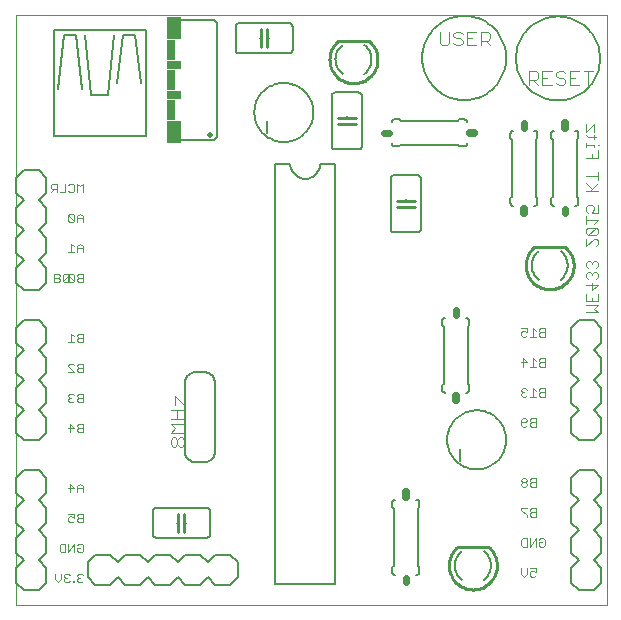
<source format=gbo>
G75*
G70*
%OFA0B0*%
%FSLAX24Y24*%
%IPPOS*%
%LPD*%
%AMOC8*
5,1,8,0,0,1.08239X$1,22.5*
%
%ADD10C,0.0000*%
%ADD11C,0.0030*%
%ADD12C,0.0080*%
%ADD13C,0.0050*%
%ADD14C,0.0200*%
%ADD15C,0.0060*%
%ADD16R,0.0500X0.0750*%
%ADD17R,0.0300X0.0700*%
%ADD18R,0.0500X0.0300*%
%ADD19C,0.0240*%
%ADD20C,0.0250*%
%ADD21C,0.0040*%
%ADD22C,0.0100*%
D10*
X000181Y000181D02*
X019866Y000181D01*
X019866Y019866D01*
X000181Y019866D01*
X000181Y000181D01*
D11*
X001486Y001043D02*
X001583Y000946D01*
X001680Y001043D01*
X001680Y001237D01*
X001781Y001188D02*
X001781Y001140D01*
X001829Y001092D01*
X001781Y001043D01*
X001781Y000995D01*
X001829Y000946D01*
X001926Y000946D01*
X001974Y000995D01*
X002073Y000995D02*
X002073Y000946D01*
X002122Y000946D01*
X002122Y000995D01*
X002073Y000995D01*
X002223Y000995D02*
X002223Y001043D01*
X002271Y001092D01*
X002320Y001092D01*
X002271Y001092D02*
X002223Y001140D01*
X002223Y001188D01*
X002271Y001237D01*
X002368Y001237D01*
X002416Y001188D01*
X002416Y000995D02*
X002368Y000946D01*
X002271Y000946D01*
X002223Y000995D01*
X001974Y001188D02*
X001926Y001237D01*
X001829Y001237D01*
X001781Y001188D01*
X001829Y001092D02*
X001878Y001092D01*
X001486Y001043D02*
X001486Y001237D01*
X001682Y001946D02*
X001634Y001995D01*
X001634Y002188D01*
X001682Y002237D01*
X001827Y002237D01*
X001827Y001946D01*
X001682Y001946D01*
X001928Y001946D02*
X001928Y002237D01*
X002122Y002237D02*
X001928Y001946D01*
X002122Y001946D02*
X002122Y002237D01*
X002223Y002188D02*
X002271Y002237D01*
X002368Y002237D01*
X002416Y002188D01*
X002416Y001995D01*
X002368Y001946D01*
X002271Y001946D01*
X002223Y001995D01*
X002223Y002092D01*
X002320Y002092D01*
X002271Y002946D02*
X002416Y002946D01*
X002416Y003237D01*
X002271Y003237D01*
X002223Y003188D01*
X002223Y003140D01*
X002271Y003092D01*
X002416Y003092D01*
X002271Y003092D02*
X002223Y003043D01*
X002223Y002995D01*
X002271Y002946D01*
X002122Y002995D02*
X002073Y002946D01*
X001977Y002946D01*
X001928Y002995D01*
X001928Y003092D01*
X001977Y003140D01*
X002025Y003140D01*
X002122Y003092D01*
X002122Y003237D01*
X001928Y003237D01*
X001977Y003946D02*
X001977Y004237D01*
X002122Y004092D01*
X001928Y004092D01*
X002223Y004092D02*
X002416Y004092D01*
X002416Y004140D02*
X002320Y004237D01*
X002223Y004140D01*
X002223Y003946D01*
X002416Y003946D02*
X002416Y004140D01*
X002416Y005946D02*
X002271Y005946D01*
X002223Y005995D01*
X002223Y006043D01*
X002271Y006092D01*
X002416Y006092D01*
X002416Y006237D02*
X002271Y006237D01*
X002223Y006188D01*
X002223Y006140D01*
X002271Y006092D01*
X002122Y006092D02*
X001928Y006092D01*
X001977Y006237D02*
X001977Y005946D01*
X002122Y006092D02*
X001977Y006237D01*
X002416Y006237D02*
X002416Y005946D01*
X002416Y006946D02*
X002271Y006946D01*
X002223Y006995D01*
X002223Y007043D01*
X002271Y007092D01*
X002416Y007092D01*
X002416Y007237D02*
X002271Y007237D01*
X002223Y007188D01*
X002223Y007140D01*
X002271Y007092D01*
X002122Y007188D02*
X002073Y007237D01*
X001977Y007237D01*
X001928Y007188D01*
X001928Y007140D01*
X001977Y007092D01*
X001928Y007043D01*
X001928Y006995D01*
X001977Y006946D01*
X002073Y006946D01*
X002122Y006995D01*
X002025Y007092D02*
X001977Y007092D01*
X002416Y006946D02*
X002416Y007237D01*
X002416Y007946D02*
X002271Y007946D01*
X002223Y007995D01*
X002223Y008043D01*
X002271Y008092D01*
X002416Y008092D01*
X002416Y008237D02*
X002271Y008237D01*
X002223Y008188D01*
X002223Y008140D01*
X002271Y008092D01*
X002122Y008188D02*
X002073Y008237D01*
X001977Y008237D01*
X001928Y008188D01*
X001928Y008140D01*
X002122Y007946D01*
X001928Y007946D01*
X002416Y007946D02*
X002416Y008237D01*
X002416Y008946D02*
X002271Y008946D01*
X002223Y008995D01*
X002223Y009043D01*
X002271Y009092D01*
X002416Y009092D01*
X002416Y009237D02*
X002271Y009237D01*
X002223Y009188D01*
X002223Y009140D01*
X002271Y009092D01*
X002122Y009140D02*
X002025Y009237D01*
X002025Y008946D01*
X002122Y008946D02*
X001928Y008946D01*
X002416Y008946D02*
X002416Y009237D01*
X002416Y010946D02*
X002271Y010946D01*
X002223Y010995D01*
X002223Y011043D01*
X002271Y011092D01*
X002416Y011092D01*
X002416Y011237D02*
X002271Y011237D01*
X002223Y011188D01*
X002223Y011140D01*
X002271Y011092D01*
X002122Y010995D02*
X002122Y011188D01*
X002073Y011237D01*
X001977Y011237D01*
X001928Y011188D01*
X002122Y010995D01*
X002073Y010946D01*
X001977Y010946D01*
X001928Y010995D01*
X001928Y011188D01*
X001935Y011188D02*
X001741Y010995D01*
X001789Y010946D01*
X001886Y010946D01*
X001935Y010995D01*
X001935Y011188D01*
X001886Y011237D01*
X001789Y011237D01*
X001741Y011188D01*
X001741Y010995D01*
X001640Y010995D02*
X001592Y010946D01*
X001446Y010946D01*
X001446Y011237D01*
X001592Y011237D01*
X001640Y011188D01*
X001640Y011140D01*
X001592Y011092D01*
X001446Y011092D01*
X001592Y011092D02*
X001640Y011043D01*
X001640Y010995D01*
X002416Y010946D02*
X002416Y011237D01*
X002416Y011946D02*
X002416Y012140D01*
X002320Y012237D01*
X002223Y012140D01*
X002223Y011946D01*
X002122Y011946D02*
X001928Y011946D01*
X002025Y011946D02*
X002025Y012237D01*
X002122Y012140D01*
X002223Y012092D02*
X002416Y012092D01*
X002416Y012946D02*
X002416Y013140D01*
X002320Y013237D01*
X002223Y013140D01*
X002223Y012946D01*
X002122Y012995D02*
X002122Y013188D01*
X002073Y013237D01*
X001977Y013237D01*
X001928Y013188D01*
X002122Y012995D01*
X002073Y012946D01*
X001977Y012946D01*
X001928Y012995D01*
X001928Y013188D01*
X002223Y013092D02*
X002416Y013092D01*
X002416Y013946D02*
X002416Y014237D01*
X002320Y014140D01*
X002223Y014237D01*
X002223Y013946D01*
X002122Y013995D02*
X002122Y014188D01*
X002073Y014237D01*
X001977Y014237D01*
X001928Y014188D01*
X001827Y014237D02*
X001827Y013946D01*
X001634Y013946D01*
X001532Y013946D02*
X001532Y014237D01*
X001387Y014237D01*
X001339Y014188D01*
X001339Y014092D01*
X001387Y014043D01*
X001532Y014043D01*
X001436Y014043D02*
X001339Y013946D01*
X001928Y013995D02*
X001977Y013946D01*
X002073Y013946D01*
X002122Y013995D01*
X017018Y009417D02*
X017211Y009417D01*
X017211Y009272D01*
X017114Y009320D01*
X017066Y009320D01*
X017018Y009272D01*
X017018Y009175D01*
X017066Y009126D01*
X017163Y009126D01*
X017211Y009175D01*
X017312Y009126D02*
X017506Y009126D01*
X017409Y009126D02*
X017409Y009417D01*
X017506Y009320D01*
X017607Y009320D02*
X017655Y009272D01*
X017800Y009272D01*
X017800Y009417D02*
X017655Y009417D01*
X017607Y009368D01*
X017607Y009320D01*
X017655Y009272D02*
X017607Y009223D01*
X017607Y009175D01*
X017655Y009126D01*
X017800Y009126D01*
X017800Y009417D01*
X017800Y008417D02*
X017655Y008417D01*
X017607Y008368D01*
X017607Y008320D01*
X017655Y008272D01*
X017800Y008272D01*
X017800Y008417D02*
X017800Y008126D01*
X017655Y008126D01*
X017607Y008175D01*
X017607Y008223D01*
X017655Y008272D01*
X017506Y008320D02*
X017409Y008417D01*
X017409Y008126D01*
X017506Y008126D02*
X017312Y008126D01*
X017211Y008272D02*
X017018Y008272D01*
X017066Y008417D02*
X017066Y008126D01*
X017211Y008272D02*
X017066Y008417D01*
X017066Y007417D02*
X017018Y007368D01*
X017018Y007320D01*
X017066Y007272D01*
X017018Y007223D01*
X017018Y007175D01*
X017066Y007126D01*
X017163Y007126D01*
X017211Y007175D01*
X017312Y007126D02*
X017506Y007126D01*
X017409Y007126D02*
X017409Y007417D01*
X017506Y007320D01*
X017607Y007320D02*
X017655Y007272D01*
X017800Y007272D01*
X017800Y007417D02*
X017655Y007417D01*
X017607Y007368D01*
X017607Y007320D01*
X017655Y007272D02*
X017607Y007223D01*
X017607Y007175D01*
X017655Y007126D01*
X017800Y007126D01*
X017800Y007417D01*
X017211Y007368D02*
X017163Y007417D01*
X017066Y007417D01*
X017066Y007272D02*
X017114Y007272D01*
X017066Y006417D02*
X017018Y006368D01*
X017018Y006175D01*
X017066Y006126D01*
X017163Y006126D01*
X017211Y006175D01*
X017312Y006175D02*
X017312Y006223D01*
X017361Y006272D01*
X017506Y006272D01*
X017506Y006417D02*
X017361Y006417D01*
X017312Y006368D01*
X017312Y006320D01*
X017361Y006272D01*
X017312Y006175D02*
X017361Y006126D01*
X017506Y006126D01*
X017506Y006417D01*
X017211Y006368D02*
X017211Y006320D01*
X017163Y006272D01*
X017018Y006272D01*
X017066Y006417D02*
X017163Y006417D01*
X017211Y006368D01*
X017163Y004417D02*
X017066Y004417D01*
X017018Y004368D01*
X017018Y004320D01*
X017066Y004272D01*
X017163Y004272D01*
X017211Y004320D01*
X017211Y004368D01*
X017163Y004417D01*
X017163Y004272D02*
X017211Y004223D01*
X017211Y004175D01*
X017163Y004126D01*
X017066Y004126D01*
X017018Y004175D01*
X017018Y004223D01*
X017066Y004272D01*
X017312Y004320D02*
X017361Y004272D01*
X017506Y004272D01*
X017506Y004417D02*
X017361Y004417D01*
X017312Y004368D01*
X017312Y004320D01*
X017361Y004272D02*
X017312Y004223D01*
X017312Y004175D01*
X017361Y004126D01*
X017506Y004126D01*
X017506Y004417D01*
X017506Y003417D02*
X017361Y003417D01*
X017312Y003368D01*
X017312Y003320D01*
X017361Y003272D01*
X017506Y003272D01*
X017506Y003417D02*
X017506Y003126D01*
X017361Y003126D01*
X017312Y003175D01*
X017312Y003223D01*
X017361Y003272D01*
X017211Y003175D02*
X017211Y003126D01*
X017211Y003175D02*
X017018Y003368D01*
X017018Y003417D01*
X017211Y003417D01*
X017211Y002417D02*
X017066Y002417D01*
X017018Y002368D01*
X017018Y002175D01*
X017066Y002126D01*
X017211Y002126D01*
X017211Y002417D01*
X017312Y002417D02*
X017312Y002126D01*
X017506Y002417D01*
X017506Y002126D01*
X017607Y002175D02*
X017607Y002272D01*
X017704Y002272D01*
X017800Y002368D02*
X017800Y002175D01*
X017752Y002126D01*
X017655Y002126D01*
X017607Y002175D01*
X017607Y002368D02*
X017655Y002417D01*
X017752Y002417D01*
X017800Y002368D01*
X017506Y001417D02*
X017312Y001417D01*
X017211Y001417D02*
X017211Y001223D01*
X017114Y001126D01*
X017018Y001223D01*
X017018Y001417D01*
X017312Y001272D02*
X017312Y001175D01*
X017361Y001126D01*
X017457Y001126D01*
X017506Y001175D01*
X017506Y001272D02*
X017409Y001320D01*
X017361Y001320D01*
X017312Y001272D01*
X017506Y001272D02*
X017506Y001417D01*
X019196Y009946D02*
X019567Y009946D01*
X019443Y010070D01*
X019567Y010193D01*
X019196Y010193D01*
X019196Y010315D02*
X019196Y010562D01*
X019382Y010683D02*
X019382Y010930D01*
X019505Y011051D02*
X019567Y011113D01*
X019567Y011236D01*
X019505Y011298D01*
X019443Y011298D01*
X019382Y011236D01*
X019320Y011298D01*
X019258Y011298D01*
X019196Y011236D01*
X019196Y011113D01*
X019258Y011051D01*
X019382Y011175D02*
X019382Y011236D01*
X019505Y011420D02*
X019567Y011481D01*
X019567Y011605D01*
X019505Y011666D01*
X019443Y011666D01*
X019382Y011605D01*
X019320Y011666D01*
X019258Y011666D01*
X019196Y011605D01*
X019196Y011481D01*
X019258Y011420D01*
X019382Y011543D02*
X019382Y011605D01*
X019505Y012156D02*
X019567Y012218D01*
X019567Y012341D01*
X019505Y012403D01*
X019443Y012403D01*
X019196Y012156D01*
X019196Y012403D01*
X019258Y012525D02*
X019196Y012586D01*
X019196Y012710D01*
X019258Y012771D01*
X019505Y012771D01*
X019258Y012525D01*
X019505Y012525D01*
X019567Y012586D01*
X019567Y012710D01*
X019505Y012771D01*
X019443Y012893D02*
X019567Y013016D01*
X019196Y013016D01*
X019196Y012893D02*
X019196Y013140D01*
X019258Y013261D02*
X019196Y013323D01*
X019196Y013446D01*
X019258Y013508D01*
X019382Y013508D01*
X019443Y013446D01*
X019443Y013385D01*
X019382Y013261D01*
X019567Y013261D01*
X019567Y013508D01*
X019567Y013998D02*
X019196Y013998D01*
X019320Y013998D02*
X019567Y014245D01*
X019567Y014366D02*
X019567Y014613D01*
X019567Y014490D02*
X019196Y014490D01*
X019196Y014245D02*
X019382Y014059D01*
X019382Y015103D02*
X019382Y015226D01*
X019567Y015103D02*
X019567Y015350D01*
X019443Y015471D02*
X019443Y015533D01*
X019196Y015533D01*
X019196Y015594D02*
X019196Y015471D01*
X019258Y015778D02*
X019196Y015840D01*
X019258Y015778D02*
X019505Y015778D01*
X019443Y015717D02*
X019443Y015840D01*
X019443Y015962D02*
X019443Y016209D01*
X019196Y015962D01*
X019196Y016209D01*
X019567Y015533D02*
X019628Y015533D01*
X019567Y015103D02*
X019196Y015103D01*
X019196Y010868D02*
X019567Y010868D01*
X019382Y010683D01*
X019567Y010562D02*
X019567Y010315D01*
X019196Y010315D01*
X019382Y010315D02*
X019382Y010438D01*
D12*
X019431Y009681D02*
X018931Y009681D01*
X018681Y009431D01*
X018681Y008931D01*
X018931Y008681D01*
X018681Y008431D01*
X018681Y007931D01*
X018931Y007681D01*
X018681Y007431D01*
X018681Y006931D01*
X018931Y006681D01*
X018681Y006431D01*
X018681Y005931D01*
X018931Y005681D01*
X019431Y005681D01*
X019681Y005931D01*
X019681Y006431D01*
X019431Y006681D01*
X019681Y006931D01*
X019681Y007431D01*
X019431Y007681D01*
X019681Y007931D01*
X019681Y008431D01*
X019431Y008681D01*
X019681Y008931D01*
X019681Y009431D01*
X019431Y009681D01*
X014552Y005693D02*
X014554Y005755D01*
X014560Y005818D01*
X014570Y005879D01*
X014584Y005940D01*
X014601Y006000D01*
X014622Y006059D01*
X014648Y006116D01*
X014676Y006171D01*
X014708Y006225D01*
X014744Y006276D01*
X014782Y006326D01*
X014824Y006372D01*
X014868Y006416D01*
X014916Y006457D01*
X014965Y006495D01*
X015017Y006529D01*
X015071Y006560D01*
X015127Y006588D01*
X015185Y006612D01*
X015244Y006633D01*
X015304Y006649D01*
X015365Y006662D01*
X015427Y006671D01*
X015489Y006676D01*
X015552Y006677D01*
X015614Y006674D01*
X015676Y006667D01*
X015738Y006656D01*
X015798Y006641D01*
X015858Y006623D01*
X015916Y006601D01*
X015973Y006575D01*
X016028Y006545D01*
X016081Y006512D01*
X016132Y006476D01*
X016180Y006437D01*
X016226Y006394D01*
X016269Y006349D01*
X016309Y006301D01*
X016346Y006251D01*
X016380Y006198D01*
X016411Y006144D01*
X016437Y006088D01*
X016461Y006030D01*
X016480Y005970D01*
X016496Y005910D01*
X016508Y005848D01*
X016516Y005787D01*
X016520Y005724D01*
X016520Y005662D01*
X016516Y005599D01*
X016508Y005538D01*
X016496Y005476D01*
X016480Y005416D01*
X016461Y005356D01*
X016437Y005298D01*
X016411Y005242D01*
X016380Y005188D01*
X016346Y005135D01*
X016309Y005085D01*
X016269Y005037D01*
X016226Y004992D01*
X016180Y004949D01*
X016132Y004910D01*
X016081Y004874D01*
X016028Y004841D01*
X015973Y004811D01*
X015916Y004785D01*
X015858Y004763D01*
X015798Y004745D01*
X015738Y004730D01*
X015676Y004719D01*
X015614Y004712D01*
X015552Y004709D01*
X015489Y004710D01*
X015427Y004715D01*
X015365Y004724D01*
X015304Y004737D01*
X015244Y004753D01*
X015185Y004774D01*
X015127Y004798D01*
X015071Y004826D01*
X015017Y004857D01*
X014965Y004891D01*
X014916Y004929D01*
X014868Y004970D01*
X014824Y005014D01*
X014782Y005060D01*
X014744Y005110D01*
X014708Y005161D01*
X014676Y005215D01*
X014648Y005270D01*
X014622Y005327D01*
X014601Y005386D01*
X014584Y005446D01*
X014570Y005507D01*
X014560Y005568D01*
X014554Y005631D01*
X014552Y005693D01*
X014986Y005393D02*
X014986Y004993D01*
X018681Y004431D02*
X018681Y003931D01*
X018931Y003681D01*
X018681Y003431D01*
X018681Y002931D01*
X018931Y002681D01*
X018681Y002431D01*
X018681Y001931D01*
X018931Y001681D01*
X018681Y001431D01*
X018681Y000931D01*
X018931Y000681D01*
X019431Y000681D01*
X019681Y000931D01*
X019681Y001431D01*
X019431Y001681D01*
X019681Y001931D01*
X019681Y002431D01*
X019431Y002681D01*
X019681Y002931D01*
X019681Y003431D01*
X019431Y003681D01*
X019681Y003931D01*
X019681Y004431D01*
X019431Y004681D01*
X018931Y004681D01*
X018681Y004431D01*
X007571Y001613D02*
X007571Y001113D01*
X007321Y000863D01*
X006821Y000863D01*
X006571Y001113D01*
X006321Y000863D01*
X005821Y000863D01*
X005571Y001113D01*
X005321Y000863D01*
X004821Y000863D01*
X004571Y001113D01*
X004321Y000863D01*
X003821Y000863D01*
X003571Y001113D01*
X003321Y000863D01*
X002821Y000863D01*
X002571Y001113D01*
X002571Y001613D01*
X002821Y001863D01*
X003321Y001863D01*
X003571Y001613D01*
X003821Y001863D01*
X004321Y001863D01*
X004571Y001613D01*
X004821Y001863D01*
X005321Y001863D01*
X005571Y001613D01*
X005821Y001863D01*
X006321Y001863D01*
X006571Y001613D01*
X006821Y001863D01*
X007321Y001863D01*
X007571Y001613D01*
X001181Y001431D02*
X001181Y000931D01*
X000931Y000681D01*
X000431Y000681D01*
X000181Y000931D01*
X000181Y001431D01*
X000431Y001681D01*
X000181Y001931D01*
X000181Y002431D01*
X000431Y002681D01*
X000181Y002931D01*
X000181Y003431D01*
X000431Y003681D01*
X000181Y003931D01*
X000181Y004431D01*
X000431Y004681D01*
X000931Y004681D01*
X001181Y004431D01*
X001181Y003931D01*
X000931Y003681D01*
X001181Y003431D01*
X001181Y002931D01*
X000931Y002681D01*
X001181Y002431D01*
X001181Y001931D01*
X000931Y001681D01*
X001181Y001431D01*
X000931Y005681D02*
X000431Y005681D01*
X000181Y005931D01*
X000181Y006431D01*
X000431Y006681D01*
X000181Y006931D01*
X000181Y007431D01*
X000431Y007681D01*
X000181Y007931D01*
X000181Y008431D01*
X000431Y008681D01*
X000181Y008931D01*
X000181Y009431D01*
X000431Y009681D01*
X000931Y009681D01*
X001181Y009431D01*
X001181Y008931D01*
X000931Y008681D01*
X001181Y008431D01*
X001181Y007931D01*
X000931Y007681D01*
X001181Y007431D01*
X001181Y006931D01*
X000931Y006681D01*
X001181Y006431D01*
X001181Y005931D01*
X000931Y005681D01*
X000931Y010681D02*
X000431Y010681D01*
X000181Y010931D01*
X000181Y011431D01*
X000431Y011681D01*
X000181Y011931D01*
X000181Y012431D01*
X000431Y012681D01*
X000181Y012931D01*
X000181Y013431D01*
X000431Y013681D01*
X000181Y013931D01*
X000181Y014431D01*
X000431Y014681D01*
X000931Y014681D01*
X001181Y014431D01*
X001181Y013931D01*
X000931Y013681D01*
X001181Y013431D01*
X001181Y012931D01*
X000931Y012681D01*
X001181Y012431D01*
X001181Y011931D01*
X000931Y011681D01*
X001181Y011431D01*
X001181Y010931D01*
X000931Y010681D01*
X008557Y015907D02*
X008557Y016307D01*
X008123Y016607D02*
X008125Y016669D01*
X008131Y016732D01*
X008141Y016793D01*
X008155Y016854D01*
X008172Y016914D01*
X008193Y016973D01*
X008219Y017030D01*
X008247Y017085D01*
X008279Y017139D01*
X008315Y017190D01*
X008353Y017240D01*
X008395Y017286D01*
X008439Y017330D01*
X008487Y017371D01*
X008536Y017409D01*
X008588Y017443D01*
X008642Y017474D01*
X008698Y017502D01*
X008756Y017526D01*
X008815Y017547D01*
X008875Y017563D01*
X008936Y017576D01*
X008998Y017585D01*
X009060Y017590D01*
X009123Y017591D01*
X009185Y017588D01*
X009247Y017581D01*
X009309Y017570D01*
X009369Y017555D01*
X009429Y017537D01*
X009487Y017515D01*
X009544Y017489D01*
X009599Y017459D01*
X009652Y017426D01*
X009703Y017390D01*
X009751Y017351D01*
X009797Y017308D01*
X009840Y017263D01*
X009880Y017215D01*
X009917Y017165D01*
X009951Y017112D01*
X009982Y017058D01*
X010008Y017002D01*
X010032Y016944D01*
X010051Y016884D01*
X010067Y016824D01*
X010079Y016762D01*
X010087Y016701D01*
X010091Y016638D01*
X010091Y016576D01*
X010087Y016513D01*
X010079Y016452D01*
X010067Y016390D01*
X010051Y016330D01*
X010032Y016270D01*
X010008Y016212D01*
X009982Y016156D01*
X009951Y016102D01*
X009917Y016049D01*
X009880Y015999D01*
X009840Y015951D01*
X009797Y015906D01*
X009751Y015863D01*
X009703Y015824D01*
X009652Y015788D01*
X009599Y015755D01*
X009544Y015725D01*
X009487Y015699D01*
X009429Y015677D01*
X009369Y015659D01*
X009309Y015644D01*
X009247Y015633D01*
X009185Y015626D01*
X009123Y015623D01*
X009060Y015624D01*
X008998Y015629D01*
X008936Y015638D01*
X008875Y015651D01*
X008815Y015667D01*
X008756Y015688D01*
X008698Y015712D01*
X008642Y015740D01*
X008588Y015771D01*
X008536Y015805D01*
X008487Y015843D01*
X008439Y015884D01*
X008395Y015928D01*
X008353Y015974D01*
X008315Y016024D01*
X008279Y016075D01*
X008247Y016129D01*
X008219Y016184D01*
X008193Y016241D01*
X008172Y016300D01*
X008155Y016360D01*
X008141Y016421D01*
X008131Y016482D01*
X008125Y016545D01*
X008123Y016607D01*
D13*
X004504Y015827D02*
X004504Y019370D01*
X001433Y019370D01*
X001433Y015827D01*
X004504Y015827D01*
X003264Y017205D02*
X002674Y017205D01*
X002477Y019174D01*
X002181Y019174D02*
X002378Y017402D01*
X001591Y017402D02*
X001788Y019174D01*
X002181Y019174D01*
X003461Y019174D02*
X003264Y017205D01*
X003559Y017599D02*
X003756Y019174D01*
X004150Y019174D01*
X004347Y017599D01*
X006165Y007949D02*
X006458Y007949D01*
X006458Y007950D02*
X006493Y007948D01*
X006527Y007943D01*
X006561Y007935D01*
X006593Y007923D01*
X006625Y007908D01*
X006655Y007890D01*
X006683Y007870D01*
X006708Y007846D01*
X006732Y007821D01*
X006752Y007793D01*
X006770Y007763D01*
X006785Y007731D01*
X006797Y007699D01*
X006805Y007665D01*
X006810Y007631D01*
X006812Y007596D01*
X006811Y007596D02*
X006811Y005303D01*
X006812Y005303D02*
X006810Y005268D01*
X006805Y005234D01*
X006797Y005200D01*
X006785Y005168D01*
X006770Y005136D01*
X006752Y005106D01*
X006732Y005078D01*
X006708Y005053D01*
X006683Y005029D01*
X006655Y005009D01*
X006625Y004991D01*
X006593Y004976D01*
X006561Y004964D01*
X006527Y004956D01*
X006493Y004951D01*
X006458Y004949D01*
X006165Y004949D01*
X006130Y004951D01*
X006096Y004956D01*
X006062Y004964D01*
X006030Y004976D01*
X005998Y004991D01*
X005968Y005009D01*
X005940Y005029D01*
X005915Y005053D01*
X005891Y005078D01*
X005871Y005106D01*
X005853Y005136D01*
X005838Y005168D01*
X005826Y005200D01*
X005818Y005234D01*
X005813Y005268D01*
X005811Y005303D01*
X005811Y007596D01*
X005813Y007631D01*
X005818Y007665D01*
X005826Y007699D01*
X005838Y007731D01*
X005853Y007763D01*
X005871Y007793D01*
X005891Y007821D01*
X005915Y007846D01*
X005940Y007870D01*
X005968Y007890D01*
X005998Y007908D01*
X006030Y007923D01*
X006062Y007935D01*
X006096Y007943D01*
X006130Y007948D01*
X006165Y007950D01*
X013722Y018422D02*
X013724Y018497D01*
X013730Y018571D01*
X013740Y018645D01*
X013754Y018718D01*
X013771Y018790D01*
X013793Y018862D01*
X013818Y018932D01*
X013847Y019000D01*
X013880Y019068D01*
X013916Y019133D01*
X013955Y019196D01*
X013998Y019257D01*
X014044Y019316D01*
X014093Y019372D01*
X014145Y019425D01*
X014200Y019476D01*
X014257Y019523D01*
X014317Y019568D01*
X014379Y019609D01*
X014444Y019647D01*
X014510Y019681D01*
X014578Y019712D01*
X014647Y019739D01*
X014718Y019762D01*
X014790Y019782D01*
X014863Y019798D01*
X014936Y019810D01*
X015010Y019818D01*
X015085Y019822D01*
X015159Y019822D01*
X015234Y019818D01*
X015308Y019810D01*
X015381Y019798D01*
X015454Y019782D01*
X015526Y019762D01*
X015597Y019739D01*
X015666Y019712D01*
X015734Y019681D01*
X015800Y019647D01*
X015865Y019609D01*
X015927Y019568D01*
X015987Y019523D01*
X016044Y019476D01*
X016099Y019425D01*
X016151Y019372D01*
X016200Y019316D01*
X016246Y019257D01*
X016289Y019196D01*
X016328Y019133D01*
X016364Y019068D01*
X016397Y019000D01*
X016426Y018932D01*
X016451Y018862D01*
X016473Y018790D01*
X016490Y018718D01*
X016504Y018645D01*
X016514Y018571D01*
X016520Y018497D01*
X016522Y018422D01*
X016520Y018347D01*
X016514Y018273D01*
X016504Y018199D01*
X016490Y018126D01*
X016473Y018054D01*
X016451Y017982D01*
X016426Y017912D01*
X016397Y017844D01*
X016364Y017776D01*
X016328Y017711D01*
X016289Y017648D01*
X016246Y017587D01*
X016200Y017528D01*
X016151Y017472D01*
X016099Y017419D01*
X016044Y017368D01*
X015987Y017321D01*
X015927Y017276D01*
X015865Y017235D01*
X015800Y017197D01*
X015734Y017163D01*
X015666Y017132D01*
X015597Y017105D01*
X015526Y017082D01*
X015454Y017062D01*
X015381Y017046D01*
X015308Y017034D01*
X015234Y017026D01*
X015159Y017022D01*
X015085Y017022D01*
X015010Y017026D01*
X014936Y017034D01*
X014863Y017046D01*
X014790Y017062D01*
X014718Y017082D01*
X014647Y017105D01*
X014578Y017132D01*
X014510Y017163D01*
X014444Y017197D01*
X014379Y017235D01*
X014317Y017276D01*
X014257Y017321D01*
X014200Y017368D01*
X014145Y017419D01*
X014093Y017472D01*
X014044Y017528D01*
X013998Y017587D01*
X013955Y017648D01*
X013916Y017711D01*
X013880Y017776D01*
X013847Y017844D01*
X013818Y017912D01*
X013793Y017982D01*
X013771Y018054D01*
X013754Y018126D01*
X013740Y018199D01*
X013730Y018273D01*
X013724Y018347D01*
X013722Y018422D01*
X016848Y018406D02*
X016850Y018481D01*
X016856Y018555D01*
X016866Y018629D01*
X016880Y018702D01*
X016897Y018774D01*
X016919Y018846D01*
X016944Y018916D01*
X016973Y018984D01*
X017006Y019052D01*
X017042Y019117D01*
X017081Y019180D01*
X017124Y019241D01*
X017170Y019300D01*
X017219Y019356D01*
X017271Y019409D01*
X017326Y019460D01*
X017383Y019507D01*
X017443Y019552D01*
X017505Y019593D01*
X017570Y019631D01*
X017636Y019665D01*
X017704Y019696D01*
X017773Y019723D01*
X017844Y019746D01*
X017916Y019766D01*
X017989Y019782D01*
X018062Y019794D01*
X018136Y019802D01*
X018211Y019806D01*
X018285Y019806D01*
X018360Y019802D01*
X018434Y019794D01*
X018507Y019782D01*
X018580Y019766D01*
X018652Y019746D01*
X018723Y019723D01*
X018792Y019696D01*
X018860Y019665D01*
X018926Y019631D01*
X018991Y019593D01*
X019053Y019552D01*
X019113Y019507D01*
X019170Y019460D01*
X019225Y019409D01*
X019277Y019356D01*
X019326Y019300D01*
X019372Y019241D01*
X019415Y019180D01*
X019454Y019117D01*
X019490Y019052D01*
X019523Y018984D01*
X019552Y018916D01*
X019577Y018846D01*
X019599Y018774D01*
X019616Y018702D01*
X019630Y018629D01*
X019640Y018555D01*
X019646Y018481D01*
X019648Y018406D01*
X019646Y018331D01*
X019640Y018257D01*
X019630Y018183D01*
X019616Y018110D01*
X019599Y018038D01*
X019577Y017966D01*
X019552Y017896D01*
X019523Y017828D01*
X019490Y017760D01*
X019454Y017695D01*
X019415Y017632D01*
X019372Y017571D01*
X019326Y017512D01*
X019277Y017456D01*
X019225Y017403D01*
X019170Y017352D01*
X019113Y017305D01*
X019053Y017260D01*
X018991Y017219D01*
X018926Y017181D01*
X018860Y017147D01*
X018792Y017116D01*
X018723Y017089D01*
X018652Y017066D01*
X018580Y017046D01*
X018507Y017030D01*
X018434Y017018D01*
X018360Y017010D01*
X018285Y017006D01*
X018211Y017006D01*
X018136Y017010D01*
X018062Y017018D01*
X017989Y017030D01*
X017916Y017046D01*
X017844Y017066D01*
X017773Y017089D01*
X017704Y017116D01*
X017636Y017147D01*
X017570Y017181D01*
X017505Y017219D01*
X017443Y017260D01*
X017383Y017305D01*
X017326Y017352D01*
X017271Y017403D01*
X017219Y017456D01*
X017170Y017512D01*
X017124Y017571D01*
X017081Y017632D01*
X017042Y017695D01*
X017006Y017760D01*
X016973Y017828D01*
X016944Y017896D01*
X016919Y017966D01*
X016897Y018038D01*
X016880Y018110D01*
X016866Y018183D01*
X016856Y018257D01*
X016850Y018331D01*
X016848Y018406D01*
D14*
X006641Y015861D03*
D15*
X006781Y015681D02*
X005631Y015681D01*
X006781Y015681D02*
X006881Y015781D01*
X006881Y019581D01*
X006781Y019681D01*
X005631Y019681D01*
X007499Y019479D02*
X007499Y018679D01*
X007501Y018662D01*
X007505Y018645D01*
X007512Y018629D01*
X007522Y018615D01*
X007535Y018602D01*
X007549Y018592D01*
X007565Y018585D01*
X007582Y018581D01*
X007599Y018579D01*
X009299Y018579D01*
X009316Y018581D01*
X009333Y018585D01*
X009349Y018592D01*
X009363Y018602D01*
X009376Y018615D01*
X009386Y018629D01*
X009393Y018645D01*
X009397Y018662D01*
X009399Y018679D01*
X009399Y019479D01*
X009397Y019496D01*
X009393Y019513D01*
X009386Y019529D01*
X009376Y019543D01*
X009363Y019556D01*
X009349Y019566D01*
X009333Y019573D01*
X009316Y019577D01*
X009299Y019579D01*
X007599Y019579D01*
X007582Y019577D01*
X007565Y019573D01*
X007549Y019566D01*
X007535Y019556D01*
X007522Y019543D01*
X007512Y019529D01*
X007505Y019513D01*
X007501Y019496D01*
X007499Y019479D01*
X008299Y019079D02*
X008349Y019079D01*
X008549Y019079D02*
X008599Y019079D01*
X010705Y017173D02*
X010705Y015473D01*
X010707Y015456D01*
X010711Y015439D01*
X010718Y015423D01*
X010728Y015409D01*
X010741Y015396D01*
X010755Y015386D01*
X010771Y015379D01*
X010788Y015375D01*
X010805Y015373D01*
X011605Y015373D01*
X011622Y015375D01*
X011639Y015379D01*
X011655Y015386D01*
X011669Y015396D01*
X011682Y015409D01*
X011692Y015423D01*
X011699Y015439D01*
X011703Y015456D01*
X011705Y015473D01*
X011705Y017173D01*
X011703Y017190D01*
X011699Y017207D01*
X011692Y017223D01*
X011682Y017237D01*
X011669Y017250D01*
X011655Y017260D01*
X011639Y017267D01*
X011622Y017271D01*
X011605Y017273D01*
X010805Y017273D01*
X010788Y017271D01*
X010771Y017267D01*
X010755Y017260D01*
X010741Y017250D01*
X010728Y017237D01*
X010718Y017223D01*
X010711Y017207D01*
X010707Y017190D01*
X010705Y017173D01*
X011205Y016473D02*
X011205Y016423D01*
X011205Y016223D02*
X011205Y016173D01*
X010819Y014894D02*
X010319Y014894D01*
X010819Y014894D02*
X010819Y000894D01*
X008819Y000894D01*
X008819Y014844D01*
X008819Y014894D02*
X009319Y014894D01*
X009321Y014850D01*
X009327Y014807D01*
X009336Y014765D01*
X009349Y014723D01*
X009366Y014683D01*
X009386Y014644D01*
X009409Y014607D01*
X009436Y014573D01*
X009465Y014540D01*
X009498Y014511D01*
X009532Y014484D01*
X009569Y014461D01*
X009608Y014441D01*
X009648Y014424D01*
X009690Y014411D01*
X009732Y014402D01*
X009775Y014396D01*
X009819Y014394D01*
X009863Y014396D01*
X009906Y014402D01*
X009948Y014411D01*
X009990Y014424D01*
X010030Y014441D01*
X010069Y014461D01*
X010106Y014484D01*
X010140Y014511D01*
X010173Y014540D01*
X010202Y014573D01*
X010229Y014607D01*
X010252Y014644D01*
X010272Y014683D01*
X010289Y014723D01*
X010302Y014765D01*
X010311Y014807D01*
X010317Y014850D01*
X010319Y014894D01*
X012674Y014417D02*
X012674Y012717D01*
X012676Y012700D01*
X012680Y012683D01*
X012687Y012667D01*
X012697Y012653D01*
X012710Y012640D01*
X012724Y012630D01*
X012740Y012623D01*
X012757Y012619D01*
X012774Y012617D01*
X013574Y012617D01*
X013591Y012619D01*
X013608Y012623D01*
X013624Y012630D01*
X013638Y012640D01*
X013651Y012653D01*
X013661Y012667D01*
X013668Y012683D01*
X013672Y012700D01*
X013674Y012717D01*
X013674Y014417D01*
X013672Y014434D01*
X013668Y014451D01*
X013661Y014467D01*
X013651Y014481D01*
X013638Y014494D01*
X013624Y014504D01*
X013608Y014511D01*
X013591Y014515D01*
X013574Y014517D01*
X012774Y014517D01*
X012757Y014515D01*
X012740Y014511D01*
X012724Y014504D01*
X012710Y014494D01*
X012697Y014481D01*
X012687Y014467D01*
X012680Y014451D01*
X012676Y014434D01*
X012674Y014417D01*
X013174Y013717D02*
X013174Y013667D01*
X013174Y013467D02*
X013174Y013417D01*
X012961Y015479D02*
X012811Y015479D01*
X012794Y015481D01*
X012777Y015485D01*
X012761Y015492D01*
X012747Y015502D01*
X012734Y015515D01*
X012724Y015529D01*
X012717Y015545D01*
X012713Y015562D01*
X012711Y015579D01*
X012961Y015479D02*
X013011Y015529D01*
X014911Y015529D01*
X014961Y015479D01*
X015111Y015479D01*
X015128Y015481D01*
X015145Y015485D01*
X015161Y015492D01*
X015175Y015502D01*
X015188Y015515D01*
X015198Y015529D01*
X015205Y015545D01*
X015209Y015562D01*
X015211Y015579D01*
X015211Y016279D02*
X015209Y016296D01*
X015205Y016313D01*
X015198Y016329D01*
X015188Y016343D01*
X015175Y016356D01*
X015161Y016366D01*
X015145Y016373D01*
X015128Y016377D01*
X015111Y016379D01*
X014961Y016379D01*
X014911Y016329D01*
X013011Y016329D01*
X012961Y016379D01*
X012811Y016379D01*
X012794Y016377D01*
X012777Y016373D01*
X012761Y016366D01*
X012747Y016356D01*
X012734Y016343D01*
X012724Y016329D01*
X012717Y016313D01*
X012713Y016296D01*
X012711Y016279D01*
X011797Y017904D02*
X011832Y017934D01*
X011865Y017965D01*
X011895Y018000D01*
X011922Y018036D01*
X011946Y018074D01*
X011968Y018114D01*
X011986Y018156D01*
X012002Y018199D01*
X012014Y018243D01*
X012022Y018287D01*
X012027Y018333D01*
X012029Y018378D01*
X012027Y018423D01*
X012022Y018469D01*
X012014Y018513D01*
X012002Y018557D01*
X011986Y018600D01*
X011968Y018642D01*
X011946Y018682D01*
X011922Y018720D01*
X011895Y018756D01*
X011865Y018791D01*
X011832Y018822D01*
X011797Y018852D01*
X010829Y018378D02*
X010831Y018332D01*
X010836Y018286D01*
X010845Y018240D01*
X010857Y018195D01*
X010873Y018152D01*
X010892Y018110D01*
X010915Y018069D01*
X010940Y018030D01*
X010968Y017994D01*
X010999Y017959D01*
X011033Y017927D01*
X011069Y017898D01*
X010829Y018378D02*
X010831Y018425D01*
X010837Y018473D01*
X010846Y018519D01*
X010859Y018565D01*
X010875Y018609D01*
X010895Y018653D01*
X010919Y018694D01*
X010945Y018733D01*
X010975Y018770D01*
X011008Y018805D01*
X011043Y018837D01*
X011080Y018866D01*
X016661Y015898D02*
X016661Y015748D01*
X016711Y015698D01*
X016711Y013798D01*
X016661Y013748D01*
X016661Y013598D01*
X016663Y013581D01*
X016667Y013564D01*
X016674Y013548D01*
X016684Y013534D01*
X016697Y013521D01*
X016711Y013511D01*
X016727Y013504D01*
X016744Y013500D01*
X016761Y013498D01*
X017461Y013498D02*
X017478Y013500D01*
X017495Y013504D01*
X017511Y013511D01*
X017525Y013521D01*
X017538Y013534D01*
X017548Y013548D01*
X017555Y013564D01*
X017559Y013581D01*
X017561Y013598D01*
X017561Y013748D01*
X017511Y013798D01*
X017511Y015698D01*
X017561Y015748D01*
X017561Y015898D01*
X017559Y015915D01*
X017555Y015932D01*
X017548Y015948D01*
X017538Y015962D01*
X017525Y015975D01*
X017511Y015985D01*
X017495Y015992D01*
X017478Y015996D01*
X017461Y015998D01*
X018023Y015898D02*
X018023Y015748D01*
X018073Y015698D01*
X018073Y013798D01*
X018023Y013748D01*
X018023Y013598D01*
X018025Y013581D01*
X018029Y013564D01*
X018036Y013548D01*
X018046Y013534D01*
X018059Y013521D01*
X018073Y013511D01*
X018089Y013504D01*
X018106Y013500D01*
X018123Y013498D01*
X018823Y013498D02*
X018840Y013500D01*
X018857Y013504D01*
X018873Y013511D01*
X018887Y013521D01*
X018900Y013534D01*
X018910Y013548D01*
X018917Y013564D01*
X018921Y013581D01*
X018923Y013598D01*
X018923Y013748D01*
X018873Y013798D01*
X018873Y015698D01*
X018923Y015748D01*
X018923Y015898D01*
X018921Y015915D01*
X018917Y015932D01*
X018910Y015948D01*
X018900Y015962D01*
X018887Y015975D01*
X018873Y015985D01*
X018857Y015992D01*
X018840Y015996D01*
X018823Y015998D01*
X018123Y015998D02*
X018106Y015996D01*
X018089Y015992D01*
X018073Y015985D01*
X018059Y015975D01*
X018046Y015962D01*
X018036Y015948D01*
X018029Y015932D01*
X018025Y015915D01*
X018023Y015898D01*
X016761Y015998D02*
X016744Y015996D01*
X016727Y015992D01*
X016711Y015985D01*
X016697Y015975D01*
X016684Y015962D01*
X016674Y015948D01*
X016667Y015932D01*
X016663Y015915D01*
X016661Y015898D01*
X018569Y011512D02*
X018567Y011467D01*
X018562Y011421D01*
X018554Y011377D01*
X018542Y011333D01*
X018526Y011290D01*
X018508Y011248D01*
X018486Y011208D01*
X018462Y011170D01*
X018435Y011134D01*
X018405Y011099D01*
X018372Y011068D01*
X018337Y011038D01*
X018569Y011512D02*
X018567Y011557D01*
X018562Y011603D01*
X018554Y011647D01*
X018542Y011691D01*
X018526Y011734D01*
X018508Y011776D01*
X018486Y011816D01*
X018462Y011854D01*
X018435Y011890D01*
X018405Y011925D01*
X018372Y011956D01*
X018337Y011986D01*
X017369Y011512D02*
X017371Y011466D01*
X017376Y011420D01*
X017385Y011374D01*
X017397Y011329D01*
X017413Y011286D01*
X017432Y011244D01*
X017455Y011203D01*
X017480Y011164D01*
X017508Y011128D01*
X017539Y011093D01*
X017573Y011061D01*
X017609Y011032D01*
X017369Y011512D02*
X017371Y011559D01*
X017377Y011607D01*
X017386Y011653D01*
X017399Y011699D01*
X017415Y011743D01*
X017435Y011787D01*
X017459Y011828D01*
X017485Y011867D01*
X017515Y011904D01*
X017548Y011939D01*
X017583Y011971D01*
X017620Y012000D01*
X015285Y009666D02*
X015285Y009516D01*
X015235Y009466D01*
X015235Y007566D01*
X015285Y007516D01*
X015285Y007366D01*
X015283Y007349D01*
X015279Y007332D01*
X015272Y007316D01*
X015262Y007302D01*
X015249Y007289D01*
X015235Y007279D01*
X015219Y007272D01*
X015202Y007268D01*
X015185Y007266D01*
X014485Y007266D02*
X014468Y007268D01*
X014451Y007272D01*
X014435Y007279D01*
X014421Y007289D01*
X014408Y007302D01*
X014398Y007316D01*
X014391Y007332D01*
X014387Y007349D01*
X014385Y007366D01*
X014385Y007516D01*
X014435Y007566D01*
X014435Y009466D01*
X014385Y009516D01*
X014385Y009666D01*
X014387Y009683D01*
X014391Y009700D01*
X014398Y009716D01*
X014408Y009730D01*
X014421Y009743D01*
X014435Y009753D01*
X014451Y009760D01*
X014468Y009764D01*
X014485Y009766D01*
X015185Y009766D02*
X015202Y009764D01*
X015219Y009760D01*
X015235Y009753D01*
X015249Y009743D01*
X015262Y009730D01*
X015272Y009716D01*
X015279Y009700D01*
X015283Y009683D01*
X015285Y009666D01*
X013624Y003595D02*
X013624Y003445D01*
X013574Y003395D01*
X013574Y001495D01*
X013624Y001445D01*
X013624Y001295D01*
X013622Y001278D01*
X013618Y001261D01*
X013611Y001245D01*
X013601Y001231D01*
X013588Y001218D01*
X013574Y001208D01*
X013558Y001201D01*
X013541Y001197D01*
X013524Y001195D01*
X012824Y001195D02*
X012807Y001197D01*
X012790Y001201D01*
X012774Y001208D01*
X012760Y001218D01*
X012747Y001231D01*
X012737Y001245D01*
X012730Y001261D01*
X012726Y001278D01*
X012724Y001295D01*
X012724Y001445D01*
X012774Y001495D01*
X012774Y003395D01*
X012724Y003445D01*
X012724Y003595D01*
X012726Y003612D01*
X012730Y003629D01*
X012737Y003645D01*
X012747Y003659D01*
X012760Y003672D01*
X012774Y003682D01*
X012790Y003689D01*
X012807Y003693D01*
X012824Y003695D01*
X013524Y003695D02*
X013541Y003693D01*
X013558Y003689D01*
X013574Y003682D01*
X013588Y003672D01*
X013601Y003659D01*
X013611Y003645D01*
X013618Y003629D01*
X013622Y003612D01*
X013624Y003595D01*
X016010Y001504D02*
X016008Y001459D01*
X016003Y001413D01*
X015995Y001369D01*
X015983Y001325D01*
X015967Y001282D01*
X015949Y001240D01*
X015927Y001200D01*
X015903Y001162D01*
X015876Y001126D01*
X015846Y001091D01*
X015813Y001060D01*
X015778Y001030D01*
X016010Y001504D02*
X016008Y001549D01*
X016003Y001595D01*
X015995Y001639D01*
X015983Y001683D01*
X015967Y001726D01*
X015949Y001768D01*
X015927Y001808D01*
X015903Y001846D01*
X015876Y001882D01*
X015846Y001917D01*
X015813Y001948D01*
X015778Y001978D01*
X014810Y001504D02*
X014812Y001458D01*
X014817Y001412D01*
X014826Y001366D01*
X014838Y001321D01*
X014854Y001278D01*
X014873Y001236D01*
X014896Y001195D01*
X014921Y001156D01*
X014949Y001120D01*
X014980Y001085D01*
X015014Y001053D01*
X015050Y001024D01*
X014810Y001504D02*
X014812Y001551D01*
X014818Y001599D01*
X014827Y001645D01*
X014840Y001691D01*
X014856Y001735D01*
X014876Y001779D01*
X014900Y001820D01*
X014926Y001859D01*
X014956Y001896D01*
X014989Y001931D01*
X015024Y001963D01*
X015061Y001992D01*
X006643Y002537D02*
X006643Y003337D01*
X006641Y003354D01*
X006637Y003371D01*
X006630Y003387D01*
X006620Y003401D01*
X006607Y003414D01*
X006593Y003424D01*
X006577Y003431D01*
X006560Y003435D01*
X006543Y003437D01*
X004843Y003437D01*
X004826Y003435D01*
X004809Y003431D01*
X004793Y003424D01*
X004779Y003414D01*
X004766Y003401D01*
X004756Y003387D01*
X004749Y003371D01*
X004745Y003354D01*
X004743Y003337D01*
X004743Y002537D01*
X004745Y002520D01*
X004749Y002503D01*
X004756Y002487D01*
X004766Y002473D01*
X004779Y002460D01*
X004793Y002450D01*
X004809Y002443D01*
X004826Y002439D01*
X004843Y002437D01*
X006543Y002437D01*
X006560Y002439D01*
X006577Y002443D01*
X006593Y002450D01*
X006607Y002460D01*
X006620Y002473D01*
X006630Y002487D01*
X006637Y002503D01*
X006641Y002520D01*
X006643Y002537D01*
X005843Y002937D02*
X005793Y002937D01*
X005593Y002937D02*
X005543Y002937D01*
D16*
X005431Y015956D03*
X005431Y019406D03*
D17*
X005331Y018681D03*
X005331Y017681D03*
X005331Y016681D03*
D18*
X005431Y017181D03*
X005431Y018181D03*
D19*
X012461Y015929D02*
X012611Y015929D01*
X017111Y016098D02*
X017111Y016248D01*
X018473Y013398D02*
X018473Y013248D01*
X014835Y010016D02*
X014835Y009866D01*
X013174Y001095D02*
X013174Y000945D01*
D20*
X013174Y003795D02*
X013174Y003945D01*
X014835Y007016D02*
X014835Y007166D01*
X017111Y013248D02*
X017111Y013398D01*
X015461Y015929D02*
X015311Y015929D01*
X018473Y016098D02*
X018473Y016248D01*
D21*
X018419Y017526D02*
X018266Y017526D01*
X018189Y017603D01*
X018266Y017756D02*
X018189Y017833D01*
X018189Y017909D01*
X018266Y017986D01*
X018419Y017986D01*
X018496Y017909D01*
X018419Y017756D02*
X018496Y017679D01*
X018496Y017603D01*
X018419Y017526D01*
X018419Y017756D02*
X018266Y017756D01*
X018649Y017756D02*
X018803Y017756D01*
X018649Y017526D02*
X018956Y017526D01*
X018649Y017526D02*
X018649Y017986D01*
X018956Y017986D01*
X019110Y017986D02*
X019417Y017986D01*
X019263Y017986D02*
X019263Y017526D01*
X018036Y017526D02*
X017729Y017526D01*
X017729Y017986D01*
X018036Y017986D01*
X017882Y017756D02*
X017729Y017756D01*
X017575Y017756D02*
X017575Y017909D01*
X017499Y017986D01*
X017268Y017986D01*
X017268Y017526D01*
X017268Y017679D02*
X017499Y017679D01*
X017575Y017756D01*
X017422Y017679D02*
X017575Y017526D01*
X015989Y018842D02*
X015835Y018995D01*
X015912Y018995D02*
X015682Y018995D01*
X015682Y018842D02*
X015682Y019302D01*
X015912Y019302D01*
X015989Y019225D01*
X015989Y019072D01*
X015912Y018995D01*
X015528Y018842D02*
X015222Y018842D01*
X015222Y019302D01*
X015528Y019302D01*
X015375Y019072D02*
X015222Y019072D01*
X015068Y018995D02*
X015068Y018918D01*
X014991Y018842D01*
X014838Y018842D01*
X014761Y018918D01*
X014608Y018918D02*
X014531Y018842D01*
X014378Y018842D01*
X014301Y018918D01*
X014301Y019302D01*
X014608Y019302D02*
X014608Y018918D01*
X014838Y019072D02*
X014991Y019072D01*
X015068Y018995D01*
X015068Y019225D02*
X014991Y019302D01*
X014838Y019302D01*
X014761Y019225D01*
X014761Y019148D01*
X014838Y019072D01*
X005791Y007157D02*
X005791Y006850D01*
X005484Y007157D01*
X005484Y006850D01*
X005561Y006697D02*
X005561Y006390D01*
X005791Y006390D02*
X005331Y006390D01*
X005331Y006236D02*
X005791Y006236D01*
X005484Y006083D02*
X005331Y006236D01*
X005484Y006083D02*
X005331Y005929D01*
X005791Y005929D01*
X005715Y005776D02*
X005791Y005699D01*
X005791Y005546D01*
X005715Y005469D01*
X005638Y005469D01*
X005561Y005546D01*
X005561Y005699D01*
X005638Y005776D01*
X005715Y005776D01*
X005561Y005699D02*
X005484Y005776D01*
X005408Y005776D01*
X005331Y005699D01*
X005331Y005546D01*
X005408Y005469D01*
X005484Y005469D01*
X005561Y005546D01*
X005331Y006697D02*
X005791Y006697D01*
D22*
X005793Y003237D02*
X005793Y002937D01*
X005793Y002637D01*
X005593Y002637D02*
X005593Y002937D01*
X005593Y003237D01*
X014910Y002124D02*
X015910Y002124D01*
X015829Y000823D02*
X015781Y000795D01*
X015732Y000771D01*
X015680Y000751D01*
X015628Y000734D01*
X015574Y000721D01*
X015520Y000712D01*
X015465Y000706D01*
X015410Y000704D01*
X015807Y000809D02*
X015855Y000839D01*
X015900Y000872D01*
X015943Y000908D01*
X015984Y000946D01*
X016021Y000988D01*
X016056Y001032D01*
X016087Y001078D01*
X016116Y001127D01*
X016140Y001177D01*
X016161Y001229D01*
X016179Y001283D01*
X016192Y001337D01*
X016202Y001392D01*
X016208Y001448D01*
X016210Y001504D01*
X015410Y000704D02*
X015354Y000706D01*
X015297Y000712D01*
X015242Y000722D01*
X015187Y000736D01*
X015134Y000753D01*
X015081Y000775D01*
X015031Y000800D01*
X016210Y001504D02*
X016208Y001557D01*
X016203Y001611D01*
X016194Y001663D01*
X016182Y001715D01*
X016166Y001766D01*
X016147Y001816D01*
X016124Y001865D01*
X016098Y001912D01*
X016070Y001957D01*
X016038Y002000D01*
X016004Y002040D01*
X015966Y002079D01*
X015927Y002115D01*
X014610Y001504D02*
X014612Y001450D01*
X014617Y001396D01*
X014626Y001343D01*
X014639Y001290D01*
X014655Y001239D01*
X014675Y001189D01*
X014698Y001140D01*
X014724Y001092D01*
X014753Y001047D01*
X014786Y001004D01*
X014821Y000963D01*
X014859Y000924D01*
X014899Y000888D01*
X014942Y000855D01*
X014987Y000825D01*
X015034Y000798D01*
X014610Y001504D02*
X014612Y001558D01*
X014617Y001611D01*
X014626Y001665D01*
X014639Y001717D01*
X014655Y001768D01*
X014675Y001819D01*
X014697Y001868D01*
X014723Y001915D01*
X014753Y001960D01*
X014785Y002003D01*
X014820Y002044D01*
X014858Y002083D01*
X014898Y002119D01*
X018366Y010817D02*
X018414Y010847D01*
X018459Y010880D01*
X018502Y010916D01*
X018543Y010954D01*
X018580Y010996D01*
X018615Y011040D01*
X018646Y011086D01*
X018675Y011135D01*
X018699Y011185D01*
X018720Y011237D01*
X018738Y011291D01*
X018751Y011345D01*
X018761Y011400D01*
X018767Y011456D01*
X018769Y011512D01*
X018469Y012132D02*
X017469Y012132D01*
X017169Y011512D02*
X017171Y011458D01*
X017176Y011404D01*
X017185Y011351D01*
X017198Y011298D01*
X017214Y011247D01*
X017234Y011197D01*
X017257Y011148D01*
X017283Y011100D01*
X017312Y011055D01*
X017345Y011012D01*
X017380Y010971D01*
X017418Y010932D01*
X017458Y010896D01*
X017501Y010863D01*
X017546Y010833D01*
X017593Y010806D01*
X017969Y010712D02*
X018024Y010714D01*
X018079Y010720D01*
X018133Y010729D01*
X018187Y010742D01*
X018239Y010759D01*
X018291Y010779D01*
X018340Y010803D01*
X018388Y010831D01*
X017969Y010712D02*
X017913Y010714D01*
X017856Y010720D01*
X017801Y010730D01*
X017746Y010744D01*
X017693Y010761D01*
X017640Y010783D01*
X017590Y010808D01*
X018769Y011512D02*
X018767Y011565D01*
X018762Y011619D01*
X018753Y011671D01*
X018741Y011723D01*
X018725Y011774D01*
X018706Y011824D01*
X018683Y011873D01*
X018657Y011920D01*
X018629Y011965D01*
X018597Y012008D01*
X018563Y012048D01*
X018525Y012087D01*
X018486Y012123D01*
X017457Y012127D02*
X017417Y012091D01*
X017379Y012052D01*
X017344Y012011D01*
X017312Y011968D01*
X017282Y011923D01*
X017256Y011876D01*
X017234Y011827D01*
X017214Y011776D01*
X017198Y011725D01*
X017185Y011673D01*
X017176Y011619D01*
X017171Y011566D01*
X017169Y011512D01*
X013474Y013467D02*
X013174Y013467D01*
X012874Y013467D01*
X012874Y013667D02*
X013174Y013667D01*
X013474Y013667D01*
X011505Y016223D02*
X011205Y016223D01*
X010905Y016223D01*
X010905Y016423D02*
X011205Y016423D01*
X011505Y016423D01*
X011826Y017683D02*
X011874Y017713D01*
X011919Y017746D01*
X011962Y017782D01*
X012003Y017820D01*
X012040Y017862D01*
X012075Y017906D01*
X012106Y017952D01*
X012135Y018001D01*
X012159Y018051D01*
X012180Y018103D01*
X012198Y018157D01*
X012211Y018211D01*
X012221Y018266D01*
X012227Y018322D01*
X012229Y018378D01*
X011929Y018998D02*
X010929Y018998D01*
X010629Y018378D02*
X010631Y018324D01*
X010636Y018270D01*
X010645Y018217D01*
X010658Y018164D01*
X010674Y018113D01*
X010694Y018063D01*
X010717Y018014D01*
X010743Y017966D01*
X010772Y017921D01*
X010805Y017878D01*
X010840Y017837D01*
X010878Y017798D01*
X010918Y017762D01*
X010961Y017729D01*
X011006Y017699D01*
X011053Y017672D01*
X011429Y017578D02*
X011484Y017580D01*
X011539Y017586D01*
X011593Y017595D01*
X011647Y017608D01*
X011699Y017625D01*
X011751Y017645D01*
X011800Y017669D01*
X011848Y017697D01*
X011429Y017578D02*
X011373Y017580D01*
X011316Y017586D01*
X011261Y017596D01*
X011206Y017610D01*
X011153Y017627D01*
X011100Y017649D01*
X011050Y017674D01*
X012229Y018378D02*
X012227Y018431D01*
X012222Y018485D01*
X012213Y018537D01*
X012201Y018589D01*
X012185Y018640D01*
X012166Y018690D01*
X012143Y018739D01*
X012117Y018786D01*
X012089Y018831D01*
X012057Y018874D01*
X012023Y018914D01*
X011985Y018953D01*
X011946Y018989D01*
X010917Y018993D02*
X010877Y018957D01*
X010839Y018918D01*
X010804Y018877D01*
X010772Y018834D01*
X010742Y018789D01*
X010716Y018742D01*
X010694Y018693D01*
X010674Y018642D01*
X010658Y018591D01*
X010645Y018539D01*
X010636Y018485D01*
X010631Y018432D01*
X010629Y018378D01*
X008549Y018779D02*
X008549Y019079D01*
X008549Y019379D01*
X008349Y019379D02*
X008349Y019079D01*
X008349Y018779D01*
M02*

</source>
